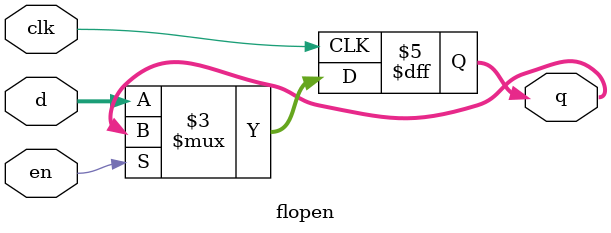
<source format=sv>
`timescale 1ns / 1ps


module flopen #(parameter WIDTH=8)(
                 input  logic             clk, en,
                 input  logic [WIDTH-1:0] d,
                 output logic [WIDTH-1:0] q
                );
                
always_ff @(posedge clk)
    if(~en) q<=d;               
                
endmodule

</source>
